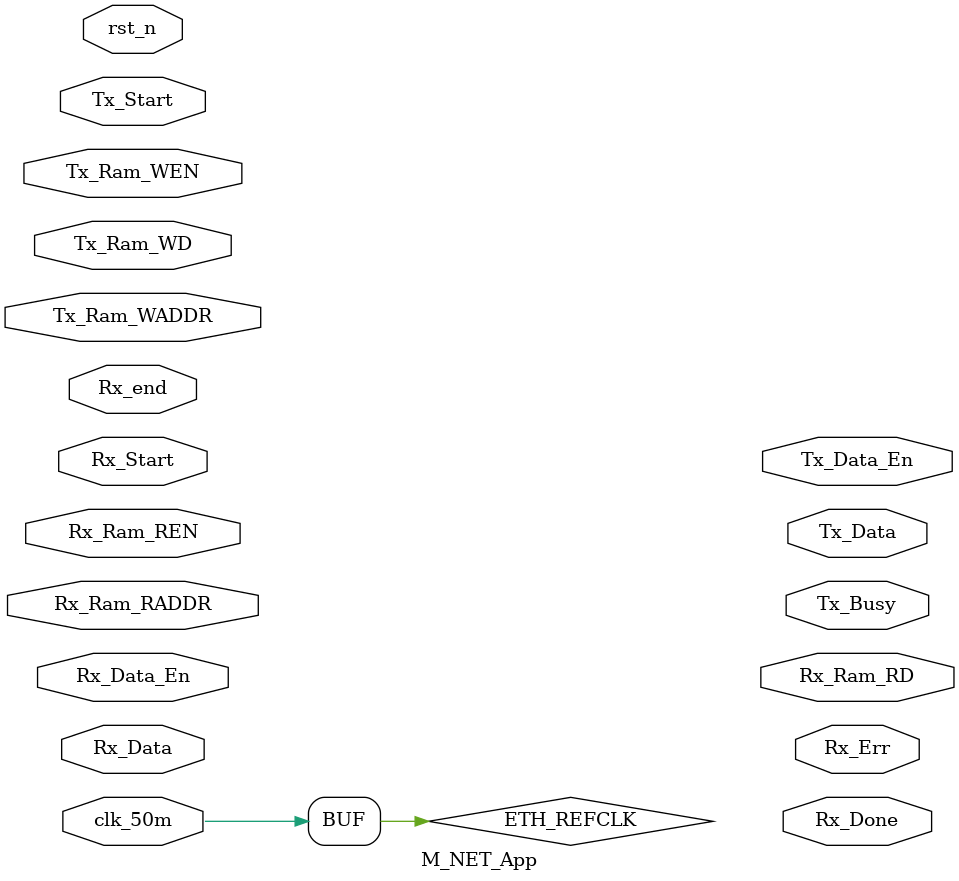
<source format=v>
/*=======================================================================================*\
--  Copyright (c)2015 CNCS Incorporated
\*=======================================================================================*\
  All Rights Reserved
  THIS IS UNPUBLISHED PROPRIETARY SOURCE CODE of CNCS Inc.

  The copyright notice above does not evidence any actual or intended publication of
  such source code. No part of this code may be reproduced, stored in a retrieval
  system, or transmitted, in any form or by any means, electronic, mechanical,
  photocopying, recording, or otherwise, without the prior written permission of CNCS.

/*=======================================================================================*\
--  RTL File Attribute
\*=======================================================================================*\
  -- Project     : NicSys8000N
  -- Simulator   : Modelsim 10.2         Windows-7 64bit
  -- Synthesizer : LiberoSoC v11.5 SP2   Windows-7 64bit
  -- FPGA Type   : Microsemi  M2GL050-FGG484

  -- Module Funcion : M_NET top file
  -- Initial Author : Tan Xingye


  -- Modification Logs:
     --------------------------------------------------------------------------------
       Version      Date            Description(Recorder)
     --------------------------------------------------------------------------------
         1.0     2016/04/12     Initial version(Tan Xingye)




/*=======================================================================================*/


`timescale 1ns / 100ps

module M_NET_App(

    //------------------------------------------
    //--  Global Reset, active low
    //------------------------------------------
    input                rst_n            ,

    //------------------------------------------
    //--  Global clocks
    //------------------------------------------
    input                clk_50m          ,

    //------------------------------------------
    //-- Application
    //------------------------------------------
    input        Tx_Ram_WEN         ,
    input  [7:0] Tx_Ram_WADDR,
    input  [7:0] Tx_Ram_WD,
    input        Tx_Start,
    output       Tx_Busy,

    //-- Rx
    input          Rx_Ram_REN,
    input   [7:0]  Rx_Ram_RADDR,
    output  [7:0]  Rx_Ram_RD,
    output         Rx_Done,
    output         Rx_Err,


    //------------------------------------------
    //-- RMII Module
    //------------------------------------------
    //-- Send: 8bits data and send each 4 clock cycles
    output reg            Tx_Data_En,
    output reg     [7:0]  Tx_Data   ,

    input                Rx_Start,
    input                Rx_end,
    input                Rx_Data_En,
    input       [7:0]    Rx_Data
    );



   //=========================================================
   // Local parameters
   //=========================================================
   parameter DLY       = 1;

   parameter LINK_DATA_LENGTH        = 152 - 1;
   parameter LINK_FRAME_LENGTH       = 156 - 1;     // Data and CRC

   //-- Tx State
   parameter          TxState_IDLE        = 4'b000001;
   parameter          TxState_DATA_SEND   = 4'b000010;
   parameter          TxState_CRC_SEND    = 4'b000100;
   parameter          TxState_WAIT1       = 4'b001000;
   parameter          TxState_WAIT2       = 4'b010000;
   parameter          TxState_WAIT3       = 4'b100000;

   //=========================================================
   // Internal signal definition
   //=========================================================
   wire          rst;
   reg[3  : 0]   curr_state;
   reg[3  : 0]   next_state;

   reg[7  : 0]   Send_Cnt;
   reg           CRC_Rdy;
   reg           Send_end;

   wire[11 : 0]   Tx_Ram_RADDR;
   reg[ 7 : 0]   Tx_Ram_RADDR_L8;
   //reg[11 : 0]   Tx_Ram_WADDR;
   reg[ 7 : 0]   Tx_Ram_WADDR_L8;
   reg[ 7 : 0]   Tx_Ram_RD;
   //reg[ 7 : 0]   Tx_Ram_RD;

   reg           Tx_Ram_REN;
   reg           Tx_Ram_REN_D1;
   reg           Tx_Ram_REN_D2;


   reg[31 : 0]   Tx_CRC_Rlt;
   reg[31 : 0]   CRC_Rlt_Shift;


   //----------------------------
   //-- Rx signal
   //---------------------------
   wire[11 : 0]    Rx_Ram_WADDR;
   reg[ 7 : 0]    Rx_Ram_WADDR_L8;
   //reg[11 : 0]    Rx_Ram_RADDR;
   reg[ 7 : 0]    Rx_Ram_RADDR_L8;
   wire[ 7 : 0]    Rx_Ram_WD;
   //reg[ 7 : 0]    Rx_Ram_RD;
   wire            Rx_Ram_WEN;
   //reg            Rx_Ram_REN;
   

   reg            Rx_end_D1;
   reg            Rx_end_D2;   

   wire           Rx_CRC_Fail;
 
 
   //reg    [7:0]  Tx_Data; 
   //reg           Tx_Data_En;

   //=========================================================
   //
   //=========================================================
   assign rst        = ~rst_n;
   assign ETH_REFCLK = clk_50m;


/*


   //********************************************************************************
   //   Tx control
   //********************************************************************************
   //=========================================================
   // Current state
   //=========================================================
   always @(posedge ETH_REFCLK or negedge rst_n)
   begin
      if ( rst_n == 1'b0 )
         Send_Cnt <= 8'b0;
      else
      if ( rst_n == 1'b0 )
         Send_Cnt     <= 8'b0;
      else
         if ( Tx_Start == 1'b1)
             Send_Cnt     <= 8'b0;
         else if ( curr_state == TxState_DATA_SEND || curr_state == TxState_CRC_SEND )
            Send_Cnt <= Send_Cnt + 1 ;
   end

   always @(posedge ETH_REFCLK or negedge rst_n)
   begin
      if ( rst_n == 1'b0 )
         Send_end <= 1'b0;
      else
         if ( curr_state == TxState_CRC_SEND || Send_Cnt == LINK_FRAME_LENGTH )
             Send_end     <= 1'b1;
         else
             Send_end <= 1'b0;
   end

   always @(posedge ETH_REFCLK or negedge rst_n)
   begin
      if ( rst_n == 1'b0 )
         CRC_Rdy <= 1'b0;
      else
         if ( curr_state == TxState_DATA_SEND || Send_Cnt == LINK_DATA_LENGTH )
             CRC_Rdy     <= 1'b1;
         else
             CRC_Rdy <= 1'b0;
   end


   //=========================================================
   // Next state
   //=========================================================
   always @(*)
   begin
      case ( curr_state )
         TxState_IDLE :
            if ( Tx_Start == 1'b1 )
               next_state = TxState_DATA_SEND;
            else
               next_state = TxState_IDLE;
         TxState_DATA_SEND :
            next_state = TxState_WAIT1;
         TxState_WAIT1 :
            next_state = TxState_WAIT2;
         TxState_WAIT2 :
            next_state = TxState_WAIT3;
         TxState_WAIT3 :
            if ( CRC_Rdy == 1'b1 )
               next_state = TxState_CRC_SEND;
            else if ( Send_end == 1'b1 )
               next_state = TxState_IDLE;
            else
                next_state = TxState_DATA_SEND;
         TxState_CRC_SEND :
               next_state = TxState_WAIT1;
         default:
            next_state = TxState_IDLE;
      endcase
   end



   //=========================================================
   // Send control
   //=========================================================

   always @(posedge ETH_REFCLK or negedge rst_n)
   begin
      if ( rst_n == 1'b0 )
         Send_Cnt     <= 8'b0;
      else
         if ( Tx_Start == 1'b1)
             Send_Cnt <=  8'b0;
         else if( curr_state == TxState_DATA_SEND || curr_state == TxState_CRC_SEND  )
            Send_Cnt <= Send_Cnt + 1 ;
         else
            Tx_Ram_REN <= 1'b0 ;
   end


   //=========================================================
   // Tx Ram
   //=========================================================

   //assign Tx_Data_En =  Tx_Ram_REN_D2;

   always @(posedge ETH_REFCLK or negedge rst_n)
   begin
      if ( rst_n == 1'b0 )
         Tx_Ram_REN     <= 1'b0;
      else
         if ( curr_state == TxState_DATA_SEND  )
            Tx_Ram_REN <= 1'b1 ;
         else
            Tx_Ram_REN <= 1'b0 ;
   end

   always @(posedge ETH_REFCLK or negedge rst_n)
   begin
      if ( rst_n == 1'b0 )
      begin
         Tx_Ram_REN_D1     <= 1'b0;
         Tx_Ram_REN_D2     <= 1'b0;
      end
      else
      begin
         Tx_Ram_REN_D1     <= Tx_Ram_REN;
         Tx_Ram_REN_D2     <= Tx_Ram_REN_D1;
      end
   end

   assign Tx_Ram_RADDR[11:8] = 4'b0;
   assign Tx_Ram_RADDR[ 7:0] = Tx_Ram_RADDR_L8;

   always @(posedge ETH_REFCLK or negedge rst_n)
   begin
      if ( rst_n == 1'b0 )
         Tx_Ram_RADDR_L8     <= 8'b0;
      else
         if ( Tx_Start == 1'b1)
             Tx_Ram_RADDR_L8     <= 8'b0;
         else if ( curr_state == TxState_DATA_SEND  )
            Tx_Ram_RADDR_L8 <= Tx_Ram_RADDR_L8 + 1 ;
   end


   always @(posedge ETH_REFCLK or negedge rst_n)
   begin
      if ( rst_n == 1'b0 )
         Tx_Data     <= 8'b0;
      else
         if ( Tx_Ram_REN_D2 == 1'b1)
             Tx_Data     <= Tx_Ram_RD;
         else if ( curr_state == TxState_DATA_SEND  )
             Tx_Data     <= CRC_Rlt_Shift[7:0] ;
   end

   always @(posedge ETH_REFCLK or negedge rst_n)
   begin
      if ( rst_n == 1'b0 )
         Tx_Data_En     <= 1'b0;
      else
         if ( Tx_Ram_REN_D2 == 1'b1)
             Tx_Data_En     <= 1'b1;
         else if ( curr_state == TxState_CRC_SEND  )
             Tx_Data_En     <= 1'b1 ;
         else
             Tx_Data_En     <= 1'b0;
   end



   always @(posedge ETH_REFCLK or negedge rst_n)
   begin
      if ( rst_n == 1'b0 )
         CRC_Rlt_Shift     <= 8'b0;
      else
         if ( Tx_Ram_REN_D2 == 1'b1)
             CRC_Rlt_Shift     <= Tx_Ram_RD;
         else if ( curr_state == TxState_CRC_SEND )
             CRC_Rlt_Shift[23:0]     <= CRC_Rlt_Shift[31:8] ;
   end



   //********************************************************************************
   //   Rx control
   //********************************************************************************
   
   assign Rx_Ram_WEN =  Rx_Data_En ;
   assign Rx_Ram_WD  =  Rx_Data ;
   assign Rx_Done    =  Rx_end_D2;
   assign Rx_Err     =  1'b0;
   
   assign Rx_Ram_WADDR = {4'b0, Rx_Ram_WADDR_L8};

   always @(posedge ETH_REFCLK or negedge rst_n)
   begin
      if ( rst_n == 1'b0 )
         Rx_Ram_WADDR_L8     <= 8'b0;
      else
         if ( Rx_Start == 1'b1  )
             Rx_Ram_WADDR_L8 <= 1'b1 ;
         else if ( Rx_Data_En == 1'b1 )
             Rx_Ram_WADDR_L8 <= 1'b0 ;
   end

   always @(posedge ETH_REFCLK or negedge rst_n)
   begin
      if ( rst_n == 1'b0 )
      begin
         Rx_end_D1     <= 1'b0;
         Rx_end_D2     <= 1'b0;
      end
      else
      begin
         Rx_end_D1     <= Rx_end;
         Rx_end_D2     <= Rx_end_D1;
      end
   end
     

   assign Tx_Ram_RADDR[11:8] = 4'b0;
   assign Tx_Ram_RADDR[ 7:0] = Tx_Ram_RADDR_L8;

   always @(posedge ETH_REFCLK or negedge rst_n)
   begin
      if ( rst_n == 1'b0 )
         Rx_Ram_WADDR_L8     <= 8'b0;
      else
         if ( Rx_Start == 1'b1)
             Rx_Ram_WADDR_L8     <= 8'b0;
         else if ( Rx_Data_En == 1'b1  )
            Rx_Ram_WADDR_L8 <= Rx_Ram_WADDR_L8 + 1 ;
   end


   //=========================================================
   //
   //=========================================================

   M_Crc32En8 M_Crc32En8_inst(
    .CpSv_Data_i      (Tx_Data      ),
    .CpSl_Rst_i       (rst          ),
    .CpSl_CrcEn_i     (Tx_Data_En   ),
    .CpSv_CrcResult_o (Tx_CRC_Rlt  ),
    .CpSl_Clk_i       (ETH_REFCLK   ),
    .CpSl_Init_i      (Tx_Start     )
    );

   M_Crc32De8 M_Crc32De8_inst(
    .CpSl_Rst_i       (rst     ),
    .CpSl_Clk_i       (ETH_REFCLK     ),
    .CpSl_Init_i      (Rx_Start     ),
    .CpSv_Data_i      (Rx_Data     ),
    .CpSl_CrcEn_i     (Rx_Data_En     ),
    .CpSl_CrcEnd_i    (Rx_end_D1     ),
    .CpSl_CrcErr_o    (Rx_CRC_Fail     )
    );


   //=========================================================
   // Component Declarations
   //=========================================================
   //-- Tx Buffer
   RAM_2048_8_SDP Tx_Ram_inst(
    .WD      (Tx_Ram_WD),
    .RD      (Tx_Ram_RD),
    .WEN     (Tx_Ram_WEN),
    .REN     (Tx_Ram_REN),
    .WADDR   (Tx_Ram_WADDR),
    .RADDR   (Tx_Ram_RADDR),
    .WCLK    (clk_50m),
    .RCLK    (ETH_REFCLK)
    );

   //-- Rx Buffer
   RAM_2048_8_SDP Rx_Ram_inst(
    .WD      (Rx_Ram_WD),
    .RD      (Rx_Ram_RD),
    .WEN     (Rx_Ram_WEN),
    .REN     (Rx_Ram_REN),
    .WADDR   (Rx_Ram_WADDR),
    .RADDR   (Rx_Ram_RADDR),
    .WCLK    (ETH_REFCLK),
    .RCLK    (clk_50m)
    );

*/


endmodule

</source>
